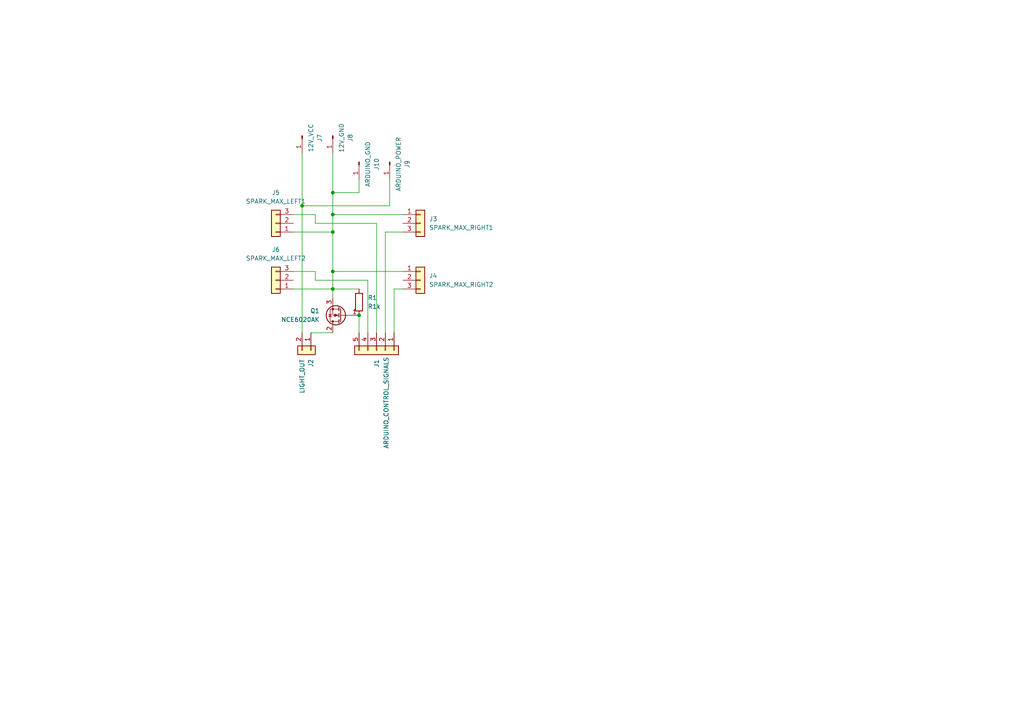
<source format=kicad_sch>
(kicad_sch (version 20250114) (generator "eeschema") (generator_version "9.0")
  (paper "A4")
  (lib_symbols
    (symbol "Connector:Conn_01x01_Pin" (pin_names (offset 1.016) (hide yes))
      (property "Reference" "J" (at 0 2.54 0))
      (property "Value" "Conn_01x01_Pin" (at 0 -2.54 0))
      (symbol "Conn_01x01_Pin_1_1"
        (rectangle (start 0.8636 0.127) (end 0 -0.127) (stroke (width 0.1524)) (fill (type outline)))
        (polyline (pts (xy 1.27 0) (xy 0.8636 0)) (stroke (width 0.1524)))
        (pin passive line (at 5.08 0 180) (length 3.81) (name "Pin_1") (number "1"))
      )
    )
    (symbol "Connector_Generic:Conn_01x02" (pin_names (offset 1.016) (hide yes))
      (property "Reference" "J" (at 0 2.54 0))
      (property "Value" "Conn_01x02" (at 0 -5.08 0))
      (symbol "Conn_01x02_1_1"
        (rectangle (start -1.27 1.27) (end 1.27 -3.81) (stroke (width 0.254)) (fill (type background)))
        (rectangle (start -1.27 0.127) (end 0 -0.127) (stroke (width 0.1524)))
        (rectangle (start -1.27 -2.413) (end 0 -2.667) (stroke (width 0.1524)))
        (pin passive line (at -5.08 0 0) (length 3.81) (name "Pin_1") (number "1"))
        (pin passive line (at -5.08 -2.54 0) (length 3.81) (name "Pin_2") (number "2"))
      )
    )
    (symbol "Connector_Generic:Conn_01x03" (pin_names (offset 1.016) (hide yes))
      (property "Reference" "J" (at 0 5.08 0))
      (property "Value" "Conn_01x03" (at 0 -5.08 0))
      (symbol "Conn_01x03_1_1"
        (rectangle (start -1.27 3.81) (end 1.27 -3.81) (stroke (width 0.254)) (fill (type background)))
        (rectangle (start -1.27 2.667) (end 0 2.413) (stroke (width 0.1524)))
        (rectangle (start -1.27 0.127) (end 0 -0.127) (stroke (width 0.1524)))
        (rectangle (start -1.27 -2.413) (end 0 -2.667) (stroke (width 0.1524)))
        (pin passive line (at -5.08 2.54 0) (length 3.81) (name "Pin_1") (number "1"))
        (pin passive line (at -5.08 0 0) (length 3.81) (name "Pin_2") (number "2"))
        (pin passive line (at -5.08 -2.54 0) (length 3.81) (name "Pin_3") (number "3"))
      )
    )
    (symbol "Connector_Generic:Conn_01x05" (pin_names (offset 1.016) (hide yes))
      (property "Reference" "J" (at 0 7.62 0))
      (property "Value" "Conn_01x05" (at 0 -7.62 0))
      (symbol "Conn_01x05_1_1"
        (rectangle (start -1.27 6.35) (end 1.27 -6.35) (stroke (width 0.254)) (fill (type background)))
        (rectangle (start -1.27 5.207) (end 0 4.953) (stroke (width 0.1524)))
        (rectangle (start -1.27 2.667) (end 0 2.413) (stroke (width 0.1524)))
        (rectangle (start -1.27 0.127) (end 0 -0.127) (stroke (width 0.1524)))
        (rectangle (start -1.27 -2.413) (end 0 -2.667) (stroke (width 0.1524)))
        (rectangle (start -1.27 -4.953) (end 0 -5.207) (stroke (width 0.1524)))
        (pin passive line (at -5.08 5.08 0) (length 3.81) (name "Pin_1") (number "1"))
        (pin passive line (at -5.08 2.54 0) (length 3.81) (name "Pin_2") (number "2"))
        (pin passive line (at -5.08 0 0) (length 3.81) (name "Pin_3") (number "3"))
        (pin passive line (at -5.08 -2.54 0) (length 3.81) (name "Pin_4") (number "4"))
        (pin passive line (at -5.08 -5.08 0) (length 3.81) (name "Pin_5") (number "5"))
      )
    )
    (symbol "Device:R" (pin_numbers (hide yes)) (pin_names (offset 0))
      (property "Reference" "R" (at 2.032 0 90))
      (property "Value" "R" (at 0 0 90))
      (symbol "R_0_1"
        (rectangle (start -1.016 -2.54) (end 1.016 2.54) (stroke (width 0.254)))
      )
      (symbol "R_1_1"
        (pin passive line (at 0 3.81 270) (length 1.27) (name "~") (number "1"))
        (pin passive line (at 0 -3.81 90) (length 1.27) (name "~") (number "2"))
      )
    )
    (symbol "Transistor_FET:QM6006D" (pin_names (hide yes))
      (property "Reference" "Q" (at 5.08 1.905 0))
      (property "Value" "QM6006D" (at 5.08 0 0))
      (symbol "QM6006D_0_1"
        (polyline (pts (xy 0.254 1.905) (xy 0.254 -1.905)) (stroke (width 0.254)))
        (polyline (pts (xy 0.254 0) (xy -2.54 0)))
        (polyline (pts (xy 0.762 2.286) (xy 0.762 1.27)) (stroke (width 0.254)))
        (polyline (pts (xy 0.762 0.508) (xy 0.762 -0.508)) (stroke (width 0.254)))
        (polyline (pts (xy 0.762 -1.27) (xy 0.762 -2.286)) (stroke (width 0.254)))
        (polyline (pts (xy 0.762 -1.778) (xy 3.302 -1.778) (xy 3.302 1.778) (xy 0.762 1.778)))
        (polyline (pts (xy 1.016 0) (xy 2.032 0.381) (xy 2.032 -0.381) (xy 1.016 0)) (fill (type outline)))
        (circle (center 1.651 0) (radius 2.794) (stroke (width 0.254)))
        (polyline (pts (xy 2.54 2.54) (xy 2.54 1.778)))
        (circle (center 2.54 1.778) (radius 0.254) (fill (type outline)))
        (circle (center 2.54 -1.778) (radius 0.254) (fill (type outline)))
        (polyline (pts (xy 2.54 -2.54) (xy 2.54 0) (xy 0.762 0)))
        (polyline (pts (xy 2.794 0.508) (xy 2.921 0.381) (xy 3.683 0.381) (xy 3.81 0.254)))
        (polyline (pts (xy 3.302 0.381) (xy 2.921 -0.254) (xy 3.683 -0.254) (xy 3.302 0.381)))
      )
      (symbol "QM6006D_1_1"
        (pin input line (at -5.08 0 0) (length 2.54) (name "G") (number "1"))
        (pin passive line (at 2.54 5.08 270) (length 2.54) (name "D") (number "2"))
        (pin passive line (at 2.54 -5.08 90) (length 2.54) (name "S") (number "3"))
      )
    )
  )
  (junction (at 104.14 91.44))
  (junction (at 96.52 67.31))
  (junction (at 96.52 83.82))
  (junction (at 96.52 55.88))
  (junction (at 96.52 62.23))
  (junction (at 96.52 78.74))
  (junction (at 87.63 59.69))
  (wire (pts (xy 96.52 55.88) (xy 96.52 62.23)))
  (wire (pts (xy 91.44 64.77) (xy 91.44 62.23)))
  (wire (pts (xy 96.52 78.74) (xy 96.52 83.82)))
  (wire (pts (xy 96.52 55.88) (xy 104.14 55.88)))
  (wire (pts (xy 96.52 44.45) (xy 96.52 55.88)))
  (wire (pts (xy 85.09 67.31) (xy 96.52 67.31)))
  (wire (pts (xy 90.17 96.52) (xy 96.52 96.52)))
  (wire (pts (xy 91.44 62.23) (xy 85.09 62.23)))
  (wire (pts (xy 96.52 83.82) (xy 96.52 86.36)))
  (wire (pts (xy 104.14 91.44) (xy 104.14 96.52)))
  (wire (pts (xy 104.14 83.82) (xy 96.52 83.82)))
  (wire (pts (xy 106.68 96.52) (xy 106.68 81.28)))
  (wire (pts (xy 96.52 62.23) (xy 96.52 67.31)))
  (wire (pts (xy 109.22 96.52) (xy 109.22 64.77)))
  (wire (pts (xy 87.63 59.69) (xy 113.03 59.69)))
  (wire (pts (xy 91.44 78.74) (xy 85.09 78.74)))
  (wire (pts (xy 114.3 83.82) (xy 116.84 83.82)))
  (wire (pts (xy 111.76 67.31) (xy 116.84 67.31)))
  (wire (pts (xy 87.63 59.69) (xy 87.63 96.52)))
  (wire (pts (xy 109.22 64.77) (xy 91.44 64.77)))
  (wire (pts (xy 106.68 81.28) (xy 91.44 81.28)))
  (wire (pts (xy 96.52 83.82) (xy 85.09 83.82)))
  (wire (pts (xy 104.14 55.88) (xy 104.14 52.07)))
  (wire (pts (xy 87.63 44.45) (xy 87.63 59.69)))
  (wire (pts (xy 111.76 96.52) (xy 111.76 67.31)))
  (wire (pts (xy 91.44 81.28) (xy 91.44 78.74)))
  (wire (pts (xy 96.52 62.23) (xy 116.84 62.23)))
  (wire (pts (xy 113.03 59.69) (xy 113.03 52.07)))
  (wire (pts (xy 96.52 67.31) (xy 96.52 78.74)))
  (wire (pts (xy 96.52 78.74) (xy 116.84 78.74)))
  (wire (pts (xy 114.3 96.52) (xy 114.3 83.82)))
  (symbol (lib_id "Connector_Generic:Conn_01x02") (at 90.17 101.6 270) (unit 1)
    (property "Reference" "J2" (at 90.1701 104.14 0) (effects (justify left)))
    (property "Value" "LIGHT_OUT" (at 87.6301 104.14 0) (effects (justify left)))
    (property "Footprint" "Connector_JST:JST_XH_B2B-XH-A_1x02_P2.50mm_Vertical" (effects (hide yes)))
    (property "Description" "Generic connector, single row, 01x02, script generated (kicad-library-utils/schlib/autogen/connector/)" (effects (hide yes)))
  )
  (symbol (lib_id "Connector_Generic:Conn_01x03") (at 80.01 64.77 180) (unit 1)
    (property "Reference" "J5" (at 80.01 55.88 0))
    (property "Value" "SPARK_MAX_LEFT1" (at 80.01 58.42 0))
    (property "Footprint" "Connector_JST:JST_XH_B3B-XH-A_1x03_P2.50mm_Vertical" (effects (hide yes)))
    (property "Description" "Generic connector, single row, 01x03, script generated (kicad-library-utils/schlib/autogen/connector/)" (effects (hide yes)))
  )
  (symbol (lib_id "Connector_Generic:Conn_01x03") (at 80.01 81.28 180) (unit 1)
    (property "Reference" "J6" (at 80.01 72.39 0))
    (property "Value" "SPARK_MAX_LEFT2" (at 80.01 74.93 0))
    (property "Footprint" "Connector_JST:JST_XH_B3B-XH-A_1x03_P2.50mm_Vertical" (effects (hide yes)))
    (property "Description" "Generic connector, single row, 01x03, script generated (kicad-library-utils/schlib/autogen/connector/)" (effects (hide yes)))
  )
  (symbol (lib_id "Connector:Conn_01x01_Pin") (at 87.63 39.37 270) (unit 1)
    (property "Reference" "J7" (at 92.71 40.005 0))
    (property "Value" "12V_VCC" (at 90.17 40.005 0))
    (property "Footprint" "Connector_Wire:SolderWire-0.75sqmm_1x01_D1.25mm_OD2.3mm" (effects (hide yes)))
    (property "Description" "Generic connector, single row, 01x01, script generated" (effects (hide yes)))
  )
  (symbol (lib_id "Connector:Conn_01x01_Pin") (at 113.03 46.99 270) (unit 1)
    (property "Reference" "J9" (at 118.11 47.625 0))
    (property "Value" "ARDUINO_POWER" (at 115.57 47.625 0))
    (property "Footprint" "Connector_Wire:SolderWire-0.75sqmm_1x01_D1.25mm_OD2.3mm" (effects (hide yes)))
    (property "Description" "Generic connector, single row, 01x01, script generated" (effects (hide yes)))
  )
  (symbol (lib_id "Connector:Conn_01x01_Pin") (at 96.52 39.37 270) (unit 1)
    (property "Reference" "J8" (at 101.6 40.005 0))
    (property "Value" "12V_GND" (at 99.06 40.005 0))
    (property "Footprint" "Connector_Wire:SolderWire-0.75sqmm_1x01_D1.25mm_OD2.3mm" (effects (hide yes)))
    (property "Description" "Generic connector, single row, 01x01, script generated" (effects (hide yes)))
  )
  (symbol (lib_id "Device:R") (at 104.14 87.63 0) (unit 1)
    (property "Reference" "R1" (at 106.68 86.3599 0) (effects (justify left)))
    (property "Value" "R1k" (at 106.68 88.8999 0) (effects (justify left)))
    (property "Footprint" "Resistor_THT:R_Axial_DIN0207_L6.3mm_D2.5mm_P7.62mm_Horizontal" (effects (hide yes)))
    (property "Description" "Resistor" (effects (hide yes)))
  )
  (symbol (lib_id "Connector_Generic:Conn_01x03") (at 121.92 81.28 0) (unit 1)
    (property "Reference" "J4" (at 124.46 80.0099 0) (effects (justify left)))
    (property "Value" "SPARK_MAX_RIGHT2" (at 124.46 82.5499 0) (effects (justify left)))
    (property "Footprint" "Connector_JST:JST_XH_B3B-XH-A_1x03_P2.50mm_Vertical" (effects (hide yes)))
    (property "Description" "Generic connector, single row, 01x03, script generated (kicad-library-utils/schlib/autogen/connector/)" (effects (hide yes)))
  )
  (symbol (lib_id "Connector_Generic:Conn_01x03") (at 121.92 64.77 0) (unit 1)
    (property "Reference" "J3" (at 124.46 63.4999 0) (effects (justify left)))
    (property "Value" "SPARK_MAX_RIGHT1" (at 124.46 66.0399 0) (effects (justify left)))
    (property "Footprint" "Connector_JST:JST_XH_B3B-XH-A_1x03_P2.50mm_Vertical" (effects (hide yes)))
    (property "Description" "Generic connector, single row, 01x03, script generated (kicad-library-utils/schlib/autogen/connector/)" (effects (hide yes)))
  )
  (symbol (lib_id "Connector:Conn_01x01_Pin") (at 104.14 46.99 270) (unit 1)
    (property "Reference" "J10" (at 109.22 47.625 0))
    (property "Value" "ARDUINO_GND" (at 106.68 47.625 0))
    (property "Footprint" "Connector_Wire:SolderWire-0.75sqmm_1x01_D1.25mm_OD2.3mm" (effects (hide yes)))
    (property "Description" "Generic connector, single row, 01x01, script generated" (effects (hide yes)))
  )
  (symbol (lib_id "Transistor_FET:QM6006D") (at 99.06 91.44 180) (unit 1)
    (property "Reference" "Q1" (at 92.71 90.1699 0) (effects (justify left)))
    (property "Value" "NCE6020AK" (at 92.71 92.7099 0) (effects (justify left)))
    (property "Footprint" "Package_TO_SOT_SMD:TO-252-3_TabPin2" (effects (hide yes)))
    (property "Datasheet" "http://www.jaolen.com/images/pdf/QM6006D.pdf" (effects (hide yes)))
    (property "Description" "35A Id, 60V Vds, N-Channel Power MOSFET, 18mOhm Ron, 19.3nC Qg (typ), TO252" (effects (hide yes)))
  )
  (symbol (lib_id "Connector_Generic:Conn_01x05") (at 109.22 101.6 270) (unit 1)
    (property "Reference" "J1" (at 109.22 105.41 0))
    (property "Value" "ARDUINO_CONTROL_SIGNALS" (at 112.014 116.84 0))
    (property "Footprint" "Connector_JST:JST_XH_B5B-XH-A_1x05_P2.50mm_Vertical" (effects (hide yes)))
    (property "Description" "Generic connector, single row, 01x05, script generated (kicad-library-utils/schlib/autogen/connector/)" (effects (hide yes)))
  )
)
</source>
